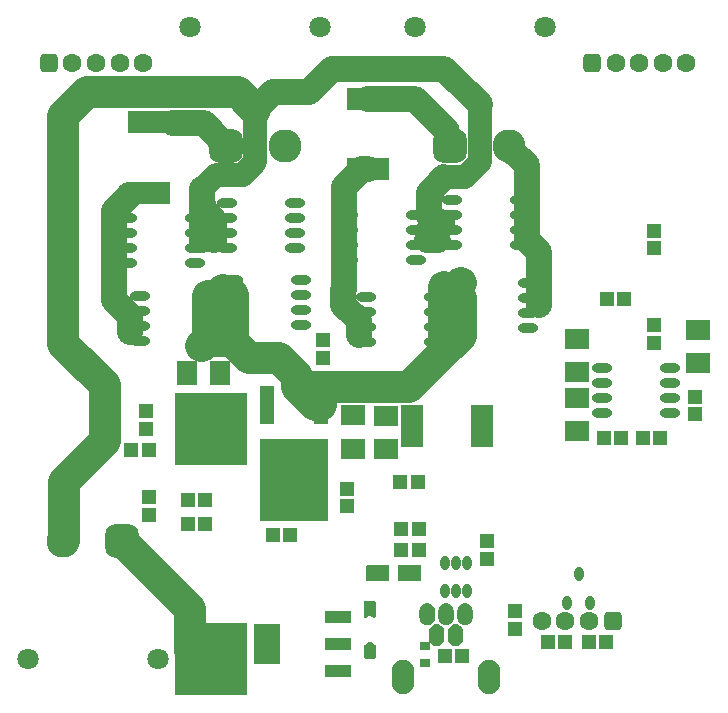
<source format=gbr>
%TF.GenerationSoftware,Altium Limited,Altium Designer,24.7.2 (38)*%
G04 Layer_Color=16711935*
%FSLAX45Y45*%
%MOMM*%
%TF.SameCoordinates,4E20714E-E0DB-4EF4-9D00-32C5CA98EF25*%
%TF.FilePolarity,Negative*%
%TF.FileFunction,Soldermask,Bot*%
%TF.Part,Single*%
G01*
G75*
%TA.AperFunction,SMDPad,CuDef*%
%ADD93R,3.55320X1.85320*%
%ADD94R,2.10320X1.70320*%
%ADD95R,1.20320X1.15320*%
%ADD98R,1.20320X1.25320*%
%ADD104R,1.25320X1.20320*%
%TA.AperFunction,ComponentPad*%
%ADD108O,1.90320X2.90320*%
%ADD109C,1.30320*%
%ADD110C,1.60320*%
G04:AMPARAMS|DCode=111|XSize=1.6032mm|YSize=1.6032mm|CornerRadius=0.4516mm|HoleSize=0mm|Usage=FLASHONLY|Rotation=0.000|XOffset=0mm|YOffset=0mm|HoleType=Round|Shape=RoundedRectangle|*
%AMROUNDEDRECTD111*
21,1,1.60320,0.70000,0,0,0.0*
21,1,0.70000,1.60320,0,0,0.0*
1,1,0.90320,0.35000,-0.35000*
1,1,0.90320,-0.35000,-0.35000*
1,1,0.90320,-0.35000,0.35000*
1,1,0.90320,0.35000,0.35000*
%
%ADD111ROUNDEDRECTD111*%
%ADD112R,6.20320X6.20320*%
G04:AMPARAMS|DCode=113|XSize=2.8032mm|YSize=2.8032mm|CornerRadius=0.7516mm|HoleSize=0mm|Usage=FLASHONLY|Rotation=180.000|XOffset=0mm|YOffset=0mm|HoleType=Round|Shape=RoundedRectangle|*
%AMROUNDEDRECTD113*
21,1,2.80320,1.30000,0,0,180.0*
21,1,1.30000,2.80320,0,0,180.0*
1,1,1.50320,-0.65000,0.65000*
1,1,1.50320,0.65000,0.65000*
1,1,1.50320,0.65000,-0.65000*
1,1,1.50320,-0.65000,-0.65000*
%
%ADD113ROUNDEDRECTD113*%
%ADD114C,1.80320*%
%ADD115C,2.80320*%
%TA.AperFunction,SMDPad,CuDef*%
%ADD116R,2.30320X3.45320*%
%ADD117R,2.30320X1.10320*%
%ADD118R,0.90320X0.80320*%
%ADD119O,0.80320X1.20320*%
%ADD120R,1.85320X3.55320*%
%ADD121O,1.70320X0.80320*%
%ADD122R,5.80320X7.00320*%
%ADD123R,1.20320X3.20320*%
%ADD124R,1.70320X2.10320*%
%TA.AperFunction,Conductor*%
%ADD125C,2.70320*%
%ADD126C,2.20320*%
%ADD127C,2.00320*%
G36*
X5570667Y3000159D02*
X5570677D01*
X5571275Y3000080D01*
X5571976Y2999988D01*
X5571987Y2999985D01*
X5571997Y2999984D01*
X5572610Y2999819D01*
X5573263Y2999645D01*
X5573272Y2999641D01*
X5573283Y2999638D01*
X5573850Y2999402D01*
X5574494Y2999136D01*
X5574505Y2999130D01*
X5574513Y2999127D01*
X5575044Y2998820D01*
X5575648Y2998472D01*
X5575665Y2998460D01*
X5575666Y2998460D01*
X5575667Y2998459D01*
X5613148Y2973472D01*
X5613401Y2973278D01*
X5613700Y2973078D01*
X5613963Y2972848D01*
X5614205Y2972662D01*
X5614428Y2972440D01*
X5614701Y2972200D01*
X5614934Y2971935D01*
X5615148Y2971721D01*
X5615339Y2971474D01*
X5615579Y2971199D01*
X5615775Y2970907D01*
X5615960Y2970666D01*
X5616118Y2970394D01*
X5616319Y2970092D01*
X5616476Y2969774D01*
X5616627Y2969513D01*
X5616746Y2969226D01*
X5616909Y2968897D01*
X5617023Y2968561D01*
X5617138Y2968283D01*
X5617219Y2967982D01*
X5617336Y2967636D01*
X5617406Y2967289D01*
X5617484Y2966997D01*
X5617525Y2966688D01*
X5617596Y2966330D01*
X5617619Y2965977D01*
X5617659Y2965677D01*
X5617660Y2965364D01*
X5617683Y2965001D01*
Y2865000D01*
X5617596Y2863671D01*
X5617336Y2862365D01*
X5616909Y2861104D01*
X5616319Y2859909D01*
X5615579Y2858802D01*
X5614701Y2857801D01*
X5613700Y2856923D01*
X5612593Y2856183D01*
X5611398Y2855593D01*
X5610137Y2855165D01*
X5608831Y2854906D01*
X5607502Y2854819D01*
X5532502D01*
X5531173Y2854906D01*
X5529866Y2855165D01*
X5528605Y2855593D01*
X5527411Y2856183D01*
X5526303Y2856923D01*
X5525302Y2857801D01*
X5524424Y2858802D01*
X5523684Y2859909D01*
X5523095Y2861104D01*
X5522667Y2862365D01*
X5522407Y2863671D01*
X5522320Y2865000D01*
Y2964977D01*
X5522318Y2965000D01*
X5522340Y2965336D01*
X5522340Y2965677D01*
X5522384Y2966004D01*
X5522405Y2966329D01*
X5522471Y2966659D01*
X5522516Y2966997D01*
X5522601Y2967314D01*
X5522665Y2967635D01*
X5522774Y2967956D01*
X5522862Y2968283D01*
X5522987Y2968583D01*
X5523093Y2968896D01*
X5523244Y2969202D01*
X5523373Y2969513D01*
X5523537Y2969796D01*
X5523682Y2970091D01*
X5523870Y2970371D01*
X5524040Y2970666D01*
X5524241Y2970927D01*
X5524422Y2971198D01*
X5524644Y2971452D01*
X5524852Y2971721D01*
X5525085Y2971954D01*
X5525300Y2972200D01*
X5525554Y2972422D01*
X5525795Y2972662D01*
X5526055Y2972862D01*
X5526302Y2973078D01*
X5526583Y2973266D01*
X5526852Y2973472D01*
X5564352Y2998472D01*
X5564934Y2998807D01*
X5565487Y2999127D01*
X5565497Y2999131D01*
X5565506Y2999136D01*
X5566101Y2999382D01*
X5566717Y2999638D01*
X5566728Y2999641D01*
X5566737Y2999645D01*
X5567346Y2999807D01*
X5568003Y2999984D01*
X5568014Y2999986D01*
X5568024Y2999988D01*
X5568625Y3000067D01*
X5569323Y3000159D01*
X5569335D01*
X5569345Y3000160D01*
X5569939Y3000160D01*
X5570655Y3000161D01*
X5570667Y3000159D01*
D02*
G37*
G36*
X5608831Y3345097D02*
X5610137Y3344837D01*
X5611398Y3344409D01*
X5612593Y3343820D01*
X5613700Y3343080D01*
X5614701Y3342202D01*
X5615579Y3341201D01*
X5616319Y3340093D01*
X5616909Y3338899D01*
X5617336Y3337638D01*
X5617596Y3336331D01*
X5617683Y3335002D01*
Y3235002D01*
X5617682Y3234979D01*
Y3210000D01*
X5617642Y3209382D01*
X5617609Y3208782D01*
X5617599Y3208727D01*
X5617595Y3208671D01*
X5617476Y3208074D01*
X5617363Y3207473D01*
X5617346Y3207419D01*
X5617335Y3207365D01*
X5617139Y3206787D01*
X5616949Y3206207D01*
X5616925Y3206157D01*
X5616907Y3206104D01*
X5616638Y3205559D01*
X5616373Y3205006D01*
X5616342Y3204958D01*
X5616318Y3204909D01*
X5615983Y3204408D01*
X5615646Y3203891D01*
X5615609Y3203848D01*
X5615578Y3203802D01*
X5615172Y3203339D01*
X5614778Y3202880D01*
X5614737Y3202843D01*
X5614700Y3202800D01*
X5614238Y3202395D01*
X5613787Y3201991D01*
X5613740Y3201959D01*
X5613698Y3201922D01*
X5613199Y3201588D01*
X5612688Y3201239D01*
X5612636Y3201213D01*
X5612591Y3201182D01*
X5612039Y3200910D01*
X5611500Y3200637D01*
X5611449Y3200619D01*
X5611396Y3200593D01*
X5610800Y3200391D01*
X5610243Y3200195D01*
X5610190Y3200184D01*
X5610135Y3200165D01*
X5609531Y3200045D01*
X5608940Y3199920D01*
X5608884Y3199916D01*
X5608829Y3199905D01*
X5608213Y3199865D01*
X5607612Y3199819D01*
X5607557Y3199822D01*
X5607500Y3199818D01*
X5606883Y3199858D01*
X5606282Y3199891D01*
X5606228Y3199901D01*
X5606171Y3199905D01*
X5605574Y3200024D01*
X5604973Y3200137D01*
X5604919Y3200154D01*
X5604865Y3200165D01*
X5604287Y3200361D01*
X5603707Y3200551D01*
X5603657Y3200575D01*
X5603604Y3200593D01*
X5603059Y3200862D01*
X5602506Y3201127D01*
X5602458Y3201158D01*
X5602409Y3201182D01*
X5601908Y3201517D01*
X5601391Y3201854D01*
X5591704Y3209120D01*
X5570129Y3222849D01*
X5545648Y3206528D01*
X5545646Y3206527D01*
X5538148Y3201528D01*
X5537862Y3201363D01*
X5537591Y3201182D01*
X5537289Y3201033D01*
X5536994Y3200863D01*
X5536690Y3200738D01*
X5536396Y3200593D01*
X5536075Y3200484D01*
X5535763Y3200355D01*
X5535446Y3200271D01*
X5535135Y3200165D01*
X5534803Y3200099D01*
X5534476Y3200012D01*
X5534150Y3199969D01*
X5533829Y3199905D01*
X5533491Y3199883D01*
X5533155Y3199839D01*
X5532827Y3199839D01*
X5532500Y3199818D01*
X5532161Y3199840D01*
X5531823Y3199841D01*
X5531499Y3199884D01*
X5531171Y3199905D01*
X5530838Y3199972D01*
X5530503Y3200016D01*
X5530187Y3200101D01*
X5529865Y3200165D01*
X5529543Y3200274D01*
X5529217Y3200362D01*
X5528916Y3200487D01*
X5528604Y3200593D01*
X5528298Y3200744D01*
X5527987Y3200873D01*
X5527703Y3201037D01*
X5527409Y3201182D01*
X5527129Y3201370D01*
X5526834Y3201540D01*
X5526573Y3201741D01*
X5526302Y3201922D01*
X5526047Y3202146D01*
X5525779Y3202352D01*
X5525547Y3202584D01*
X5525300Y3202800D01*
X5525077Y3203055D01*
X5524838Y3203295D01*
X5524638Y3203556D01*
X5524422Y3203802D01*
X5524235Y3204082D01*
X5524028Y3204352D01*
X5523863Y3204638D01*
X5523682Y3204909D01*
X5523534Y3205211D01*
X5523363Y3205506D01*
X5523238Y3205810D01*
X5523093Y3206104D01*
X5522984Y3206425D01*
X5522855Y3206737D01*
X5522771Y3207054D01*
X5522665Y3207365D01*
X5522599Y3207697D01*
X5522512Y3208024D01*
X5522469Y3208350D01*
X5522405Y3208671D01*
X5522383Y3209009D01*
X5522339Y3209345D01*
X5522339Y3209673D01*
X5522318Y3210000D01*
Y3235000D01*
X5522320Y3235023D01*
Y3335002D01*
X5522407Y3336331D01*
X5522667Y3337638D01*
X5523095Y3338899D01*
X5523684Y3340093D01*
X5524424Y3341201D01*
X5525302Y3342202D01*
X5526303Y3343080D01*
X5527411Y3343820D01*
X5528605Y3344409D01*
X5529866Y3344837D01*
X5531173Y3345097D01*
X5532502Y3345184D01*
X5607502D01*
X5608831Y3345097D01*
D02*
G37*
G36*
X5721331Y3650093D02*
X5722637Y3649833D01*
X5723898Y3649405D01*
X5725093Y3648816D01*
X5726200Y3648076D01*
X5727202Y3647198D01*
X5728080Y3646196D01*
X5728820Y3645089D01*
X5729409Y3643894D01*
X5729837Y3642633D01*
X5730097Y3641327D01*
X5730184Y3639998D01*
Y3519998D01*
X5730097Y3518669D01*
X5729837Y3517363D01*
X5729409Y3516101D01*
X5728820Y3514907D01*
X5728080Y3513799D01*
X5727202Y3512798D01*
X5726200Y3511920D01*
X5725093Y3511180D01*
X5723898Y3510591D01*
X5722637Y3510163D01*
X5721331Y3509903D01*
X5720002Y3509816D01*
X5550002D01*
X5548673Y3509903D01*
X5547367Y3510163D01*
X5546105Y3510591D01*
X5544911Y3511180D01*
X5543803Y3511920D01*
X5542802Y3512798D01*
X5541924Y3513799D01*
X5541184Y3514907D01*
X5540595Y3516101D01*
X5540167Y3517363D01*
X5539907Y3518669D01*
X5539820Y3519998D01*
Y3639998D01*
X5539907Y3641327D01*
X5540167Y3642633D01*
X5540595Y3643894D01*
X5541184Y3645089D01*
X5541924Y3646196D01*
X5542802Y3647198D01*
X5543803Y3648076D01*
X5544911Y3648816D01*
X5546105Y3649405D01*
X5547367Y3649833D01*
X5548673Y3650093D01*
X5550002Y3650180D01*
X5720002D01*
X5721331Y3650093D01*
D02*
G37*
G36*
X5991329D02*
X5992636Y3649833D01*
X5993897Y3649405D01*
X5995091Y3648816D01*
X5996199Y3648076D01*
X5997200Y3647198D01*
X5998078Y3646196D01*
X5998818Y3645089D01*
X5999407Y3643894D01*
X5999835Y3642633D01*
X6000095Y3641327D01*
X6000182Y3639998D01*
Y3519998D01*
X6000095Y3518669D01*
X5999835Y3517363D01*
X5999407Y3516101D01*
X5998818Y3514907D01*
X5998078Y3513799D01*
X5997200Y3512798D01*
X5996199Y3511920D01*
X5995091Y3511180D01*
X5993897Y3510591D01*
X5992636Y3510163D01*
X5991329Y3509903D01*
X5990000Y3509816D01*
X5820800D01*
X5819471Y3509903D01*
X5818165Y3510163D01*
X5816904Y3510591D01*
X5815709Y3511180D01*
X5814602Y3511920D01*
X5813601Y3512798D01*
X5812722Y3513799D01*
X5811983Y3514907D01*
X5811393Y3516101D01*
X5810965Y3517363D01*
X5810705Y3518669D01*
X5810618Y3519998D01*
Y3639998D01*
X5810705Y3641327D01*
X5810965Y3642633D01*
X5811393Y3643894D01*
X5811983Y3645089D01*
X5812722Y3646196D01*
X5813601Y3647198D01*
X5814602Y3648076D01*
X5815709Y3648816D01*
X5816904Y3649405D01*
X5818165Y3649833D01*
X5819471Y3650093D01*
X5820800Y3650180D01*
X5990000D01*
X5991329Y3650093D01*
D02*
G37*
G36*
X6374939Y3325184D02*
X6380001Y3325301D01*
X6380333Y3325287D01*
X6380667Y3325294D01*
X6381000Y3325258D01*
X6381331Y3325244D01*
X6381659Y3325187D01*
X6381992Y3325151D01*
X6392437Y3323323D01*
X6392763Y3323244D01*
X6393090Y3323187D01*
X6393407Y3323087D01*
X6393731Y3323008D01*
X6394043Y3322887D01*
X6394360Y3322788D01*
X6404248Y3318957D01*
X6404551Y3318817D01*
X6404862Y3318696D01*
X6405154Y3318537D01*
X6405456Y3318396D01*
X6405738Y3318217D01*
X6406030Y3318057D01*
X6414981Y3312371D01*
X6415249Y3312175D01*
X6415531Y3311995D01*
X6415787Y3311781D01*
X6416056Y3311585D01*
X6416297Y3311355D01*
X6416553Y3311141D01*
X6424222Y3303817D01*
X6424450Y3303570D01*
X6424689Y3303341D01*
X6424897Y3303083D01*
X6425123Y3302836D01*
X6425315Y3302563D01*
X6425524Y3302304D01*
X6431617Y3293625D01*
X6431790Y3293340D01*
X6431982Y3293067D01*
X6432136Y3292771D01*
X6432309Y3292487D01*
X6432443Y3292184D01*
X6432598Y3291887D01*
X6436881Y3282186D01*
X6436996Y3281873D01*
X6437130Y3281567D01*
X6437224Y3281248D01*
X6437338Y3280935D01*
X6437411Y3280608D01*
X6437505Y3280289D01*
X6439812Y3269939D01*
X6439863Y3269610D01*
X6439936Y3269284D01*
X6439966Y3268952D01*
X6440017Y3268623D01*
X6440024Y3268289D01*
X6440054Y3267958D01*
X6440176Y3262657D01*
X6440171Y3262546D01*
X6440179Y3262423D01*
X6440182Y3204998D01*
Y3204998D01*
Y3204997D01*
Y3199574D01*
X6440160Y3199241D01*
Y3198908D01*
X6440116Y3198577D01*
X6440095Y3198245D01*
X6440030Y3197919D01*
X6439986Y3197587D01*
X6437870Y3186949D01*
X6437783Y3186626D01*
X6437718Y3186300D01*
X6437611Y3185984D01*
X6437525Y3185662D01*
X6437398Y3185356D01*
X6437290Y3185039D01*
X6433139Y3175018D01*
X6432993Y3174721D01*
X6432864Y3174411D01*
X6432697Y3174121D01*
X6432550Y3173823D01*
X6432366Y3173548D01*
X6432198Y3173258D01*
X6426172Y3164239D01*
X6425969Y3163974D01*
X6425784Y3163697D01*
X6425564Y3163446D01*
X6425362Y3163182D01*
X6425127Y3162948D01*
X6424906Y3162696D01*
X6417236Y3155026D01*
X6416984Y3154805D01*
X6416750Y3154571D01*
X6416486Y3154369D01*
X6416235Y3154148D01*
X6415958Y3153963D01*
X6415694Y3153760D01*
X6406675Y3147734D01*
X6406388Y3147569D01*
X6406109Y3147382D01*
X6405809Y3147234D01*
X6405521Y3147068D01*
X6405214Y3146940D01*
X6404914Y3146793D01*
X6394893Y3142642D01*
X6394578Y3142535D01*
X6394270Y3142407D01*
X6393947Y3142321D01*
X6393632Y3142214D01*
X6393306Y3142149D01*
X6392983Y3142063D01*
X6382345Y3139946D01*
X6382014Y3139903D01*
X6381687Y3139838D01*
X6381354Y3139816D01*
X6381024Y3139773D01*
X6380692D01*
X6380358Y3139751D01*
X6369507D01*
X6369173Y3139773D01*
X6368841D01*
X6368511Y3139816D01*
X6368178Y3139838D01*
X6367851Y3139903D01*
X6367521Y3139946D01*
X6356872Y3142064D01*
X6356551Y3142150D01*
X6356223Y3142216D01*
X6355907Y3142323D01*
X6355586Y3142409D01*
X6355277Y3142537D01*
X6354962Y3142644D01*
X6344931Y3146799D01*
X6344634Y3146945D01*
X6344324Y3147074D01*
X6344034Y3147241D01*
X6343737Y3147388D01*
X6343461Y3147572D01*
X6343171Y3147740D01*
X6334144Y3153771D01*
X6333879Y3153975D01*
X6333602Y3154160D01*
X6333352Y3154379D01*
X6333087Y3154582D01*
X6332851Y3154819D01*
X6332601Y3155038D01*
X6324924Y3162715D01*
X6324704Y3162966D01*
X6324469Y3163201D01*
X6324266Y3163465D01*
X6324046Y3163716D01*
X6323861Y3163993D01*
X6323658Y3164257D01*
X6317626Y3173285D01*
X6317459Y3173575D01*
X6317274Y3173850D01*
X6317127Y3174149D01*
X6316960Y3174438D01*
X6316832Y3174747D01*
X6316685Y3175045D01*
X6312530Y3185075D01*
X6312423Y3185391D01*
X6312295Y3185699D01*
X6312209Y3186021D01*
X6312102Y3186336D01*
X6312037Y3186664D01*
X6311951Y3186986D01*
X6309833Y3197634D01*
X6309790Y3197965D01*
X6309724Y3198291D01*
X6309703Y3198624D01*
X6309659Y3198954D01*
Y3199287D01*
X6309637Y3199620D01*
Y3205049D01*
Y3262424D01*
X6309645Y3262544D01*
X6309640Y3262664D01*
X6309765Y3267967D01*
X6309795Y3268301D01*
X6309803Y3268633D01*
X6309854Y3268960D01*
X6309883Y3269294D01*
X6309957Y3269621D01*
X6310008Y3269949D01*
X6312322Y3280303D01*
X6312416Y3280622D01*
X6312489Y3280948D01*
X6312604Y3281262D01*
X6312697Y3281580D01*
X6312831Y3281883D01*
X6312946Y3282198D01*
X6317237Y3291902D01*
X6317392Y3292199D01*
X6317526Y3292502D01*
X6317699Y3292786D01*
X6317854Y3293082D01*
X6318045Y3293354D01*
X6318219Y3293640D01*
X6324320Y3302320D01*
X6324528Y3302578D01*
X6324720Y3302852D01*
X6324947Y3303098D01*
X6325155Y3303357D01*
X6325395Y3303585D01*
X6325622Y3303832D01*
X6333299Y3311155D01*
X6333556Y3311370D01*
X6333796Y3311599D01*
X6334064Y3311795D01*
X6334321Y3312009D01*
X6334602Y3312188D01*
X6334871Y3312385D01*
X6343829Y3318069D01*
X6344121Y3318229D01*
X6344403Y3318408D01*
X6344707Y3318549D01*
X6344998Y3318708D01*
X6345308Y3318828D01*
X6345611Y3318968D01*
X6355506Y3322796D01*
X6355825Y3322896D01*
X6356135Y3323016D01*
X6356458Y3323094D01*
X6356777Y3323195D01*
X6357106Y3323252D01*
X6357429Y3323330D01*
X6367881Y3325154D01*
X6368212Y3325190D01*
X6368540Y3325247D01*
X6368873Y3325261D01*
X6369205Y3325297D01*
X6369538Y3325289D01*
X6369871Y3325303D01*
X6374939Y3325184D01*
D02*
G37*
G36*
X6214939D02*
X6220001Y3325301D01*
X6220333Y3325287D01*
X6220668Y3325294D01*
X6221000Y3325258D01*
X6221331Y3325244D01*
X6221659Y3325187D01*
X6221992Y3325151D01*
X6232437Y3323323D01*
X6232763Y3323244D01*
X6233090Y3323187D01*
X6233407Y3323087D01*
X6233732Y3323008D01*
X6234043Y3322887D01*
X6234360Y3322788D01*
X6244248Y3318957D01*
X6244551Y3318817D01*
X6244862Y3318696D01*
X6245154Y3318537D01*
X6245456Y3318396D01*
X6245738Y3318217D01*
X6246030Y3318057D01*
X6254981Y3312371D01*
X6255249Y3312175D01*
X6255531Y3311995D01*
X6255787Y3311781D01*
X6256056Y3311585D01*
X6256297Y3311355D01*
X6256553Y3311141D01*
X6264222Y3303817D01*
X6264450Y3303570D01*
X6264689Y3303341D01*
X6264897Y3303083D01*
X6265123Y3302836D01*
X6265315Y3302563D01*
X6265524Y3302304D01*
X6271617Y3293625D01*
X6271790Y3293340D01*
X6271982Y3293067D01*
X6272137Y3292771D01*
X6272309Y3292487D01*
X6272443Y3292184D01*
X6272598Y3291887D01*
X6276881Y3282186D01*
X6276996Y3281873D01*
X6277130Y3281567D01*
X6277224Y3281248D01*
X6277338Y3280935D01*
X6277411Y3280608D01*
X6277505Y3280289D01*
X6279812Y3269939D01*
X6279863Y3269610D01*
X6279936Y3269284D01*
X6279966Y3268952D01*
X6280017Y3268623D01*
X6280024Y3268289D01*
X6280054Y3267958D01*
X6280176Y3262657D01*
X6280171Y3262546D01*
X6280179Y3262423D01*
X6280182Y3204998D01*
Y3204998D01*
Y3204997D01*
Y3199574D01*
X6280160Y3199241D01*
Y3198908D01*
X6280116Y3198577D01*
X6280095Y3198245D01*
X6280030Y3197919D01*
X6279986Y3197587D01*
X6277870Y3186949D01*
X6277783Y3186626D01*
X6277718Y3186300D01*
X6277611Y3185984D01*
X6277525Y3185662D01*
X6277398Y3185356D01*
X6277290Y3185039D01*
X6273139Y3175018D01*
X6272993Y3174721D01*
X6272865Y3174411D01*
X6272697Y3174121D01*
X6272550Y3173823D01*
X6272366Y3173548D01*
X6272199Y3173258D01*
X6266172Y3164239D01*
X6265969Y3163974D01*
X6265784Y3163697D01*
X6265564Y3163446D01*
X6265362Y3163182D01*
X6265127Y3162948D01*
X6264906Y3162696D01*
X6257236Y3155026D01*
X6256984Y3154805D01*
X6256750Y3154571D01*
X6256486Y3154369D01*
X6256235Y3154148D01*
X6255958Y3153963D01*
X6255694Y3153760D01*
X6246675Y3147734D01*
X6246388Y3147569D01*
X6246109Y3147382D01*
X6245809Y3147234D01*
X6245521Y3147068D01*
X6245214Y3146940D01*
X6244914Y3146793D01*
X6234893Y3142642D01*
X6234578Y3142535D01*
X6234270Y3142407D01*
X6233947Y3142321D01*
X6233632Y3142214D01*
X6233306Y3142149D01*
X6232983Y3142063D01*
X6222345Y3139946D01*
X6222014Y3139903D01*
X6221687Y3139838D01*
X6221354Y3139816D01*
X6221024Y3139773D01*
X6220692D01*
X6220358Y3139751D01*
X6209507D01*
X6209174Y3139773D01*
X6208841D01*
X6208511Y3139816D01*
X6208178Y3139838D01*
X6207851Y3139903D01*
X6207521Y3139946D01*
X6196872Y3142064D01*
X6196551Y3142150D01*
X6196223Y3142216D01*
X6195907Y3142323D01*
X6195586Y3142409D01*
X6195277Y3142537D01*
X6194962Y3142644D01*
X6184931Y3146799D01*
X6184634Y3146945D01*
X6184324Y3147074D01*
X6184034Y3147241D01*
X6183737Y3147388D01*
X6183461Y3147572D01*
X6183171Y3147740D01*
X6174144Y3153771D01*
X6173879Y3153975D01*
X6173602Y3154160D01*
X6173352Y3154379D01*
X6173087Y3154582D01*
X6172851Y3154819D01*
X6172601Y3155038D01*
X6164924Y3162715D01*
X6164704Y3162966D01*
X6164469Y3163201D01*
X6164267Y3163465D01*
X6164046Y3163716D01*
X6163861Y3163993D01*
X6163658Y3164257D01*
X6157626Y3173285D01*
X6157459Y3173575D01*
X6157274Y3173850D01*
X6157127Y3174149D01*
X6156960Y3174438D01*
X6156832Y3174747D01*
X6156685Y3175045D01*
X6152530Y3185075D01*
X6152423Y3185391D01*
X6152296Y3185699D01*
X6152209Y3186021D01*
X6152102Y3186336D01*
X6152037Y3186664D01*
X6151951Y3186986D01*
X6149833Y3197634D01*
X6149790Y3197965D01*
X6149725Y3198291D01*
X6149703Y3198624D01*
X6149659Y3198954D01*
Y3199287D01*
X6149637Y3199620D01*
Y3205049D01*
Y3262424D01*
X6149645Y3262544D01*
X6149640Y3262664D01*
X6149765Y3267967D01*
X6149795Y3268301D01*
X6149803Y3268633D01*
X6149854Y3268960D01*
X6149884Y3269294D01*
X6149957Y3269621D01*
X6150008Y3269949D01*
X6152322Y3280303D01*
X6152416Y3280622D01*
X6152489Y3280948D01*
X6152604Y3281262D01*
X6152697Y3281580D01*
X6152831Y3281883D01*
X6152947Y3282198D01*
X6157237Y3291902D01*
X6157392Y3292199D01*
X6157526Y3292502D01*
X6157699Y3292786D01*
X6157854Y3293082D01*
X6158045Y3293354D01*
X6158219Y3293640D01*
X6164320Y3302320D01*
X6164528Y3302578D01*
X6164720Y3302852D01*
X6164947Y3303098D01*
X6165155Y3303357D01*
X6165395Y3303585D01*
X6165622Y3303832D01*
X6173299Y3311155D01*
X6173556Y3311370D01*
X6173796Y3311599D01*
X6174064Y3311795D01*
X6174321Y3312009D01*
X6174602Y3312188D01*
X6174871Y3312385D01*
X6183829Y3318069D01*
X6184121Y3318229D01*
X6184403Y3318408D01*
X6184707Y3318549D01*
X6184998Y3318708D01*
X6185308Y3318828D01*
X6185611Y3318968D01*
X6195506Y3322796D01*
X6195825Y3322896D01*
X6196135Y3323016D01*
X6196458Y3323094D01*
X6196777Y3323195D01*
X6197106Y3323252D01*
X6197429Y3323330D01*
X6207881Y3325154D01*
X6208212Y3325190D01*
X6208541Y3325247D01*
X6208873Y3325261D01*
X6209205Y3325297D01*
X6209538Y3325289D01*
X6209871Y3325303D01*
X6214939Y3325184D01*
D02*
G37*
G36*
X6054939D02*
X6060001Y3325301D01*
X6060333Y3325287D01*
X6060668Y3325294D01*
X6061000Y3325258D01*
X6061332Y3325244D01*
X6061659Y3325187D01*
X6061992Y3325151D01*
X6072437Y3323323D01*
X6072763Y3323244D01*
X6073090Y3323187D01*
X6073407Y3323087D01*
X6073732Y3323008D01*
X6074043Y3322887D01*
X6074360Y3322788D01*
X6084248Y3318957D01*
X6084551Y3318817D01*
X6084862Y3318696D01*
X6085154Y3318537D01*
X6085456Y3318396D01*
X6085738Y3318217D01*
X6086030Y3318057D01*
X6094981Y3312371D01*
X6095249Y3312175D01*
X6095531Y3311995D01*
X6095787Y3311781D01*
X6096056Y3311585D01*
X6096297Y3311355D01*
X6096553Y3311141D01*
X6104222Y3303817D01*
X6104450Y3303570D01*
X6104689Y3303341D01*
X6104897Y3303083D01*
X6105123Y3302836D01*
X6105315Y3302563D01*
X6105524Y3302304D01*
X6111617Y3293625D01*
X6111790Y3293340D01*
X6111982Y3293067D01*
X6112137Y3292771D01*
X6112309Y3292487D01*
X6112443Y3292184D01*
X6112598Y3291887D01*
X6116881Y3282186D01*
X6116996Y3281873D01*
X6117131Y3281567D01*
X6117224Y3281248D01*
X6117339Y3280935D01*
X6117411Y3280608D01*
X6117505Y3280289D01*
X6119812Y3269939D01*
X6119864Y3269610D01*
X6119936Y3269284D01*
X6119966Y3268952D01*
X6120017Y3268623D01*
X6120024Y3268289D01*
X6120054Y3267958D01*
X6120176Y3262657D01*
X6120171Y3262546D01*
X6120179Y3262423D01*
X6120182Y3204998D01*
Y3204998D01*
Y3204997D01*
Y3199574D01*
X6120160Y3199241D01*
Y3198908D01*
X6120117Y3198577D01*
X6120095Y3198245D01*
X6120030Y3197919D01*
X6119986Y3197587D01*
X6117870Y3186949D01*
X6117783Y3186626D01*
X6117719Y3186300D01*
X6117611Y3185984D01*
X6117525Y3185662D01*
X6117398Y3185356D01*
X6117291Y3185039D01*
X6113139Y3175018D01*
X6112993Y3174721D01*
X6112865Y3174411D01*
X6112697Y3174121D01*
X6112550Y3173823D01*
X6112366Y3173548D01*
X6112199Y3173258D01*
X6106172Y3164239D01*
X6105969Y3163974D01*
X6105784Y3163697D01*
X6105564Y3163446D01*
X6105362Y3163182D01*
X6105127Y3162948D01*
X6104906Y3162696D01*
X6097236Y3155026D01*
X6096985Y3154805D01*
X6096750Y3154571D01*
X6096486Y3154369D01*
X6096235Y3154148D01*
X6095958Y3153963D01*
X6095694Y3153760D01*
X6086675Y3147734D01*
X6086388Y3147569D01*
X6086109Y3147382D01*
X6085809Y3147234D01*
X6085521Y3147068D01*
X6085214Y3146940D01*
X6084914Y3146793D01*
X6074893Y3142642D01*
X6074578Y3142535D01*
X6074270Y3142407D01*
X6073947Y3142321D01*
X6073632Y3142214D01*
X6073306Y3142149D01*
X6072983Y3142063D01*
X6062345Y3139946D01*
X6062014Y3139903D01*
X6061687Y3139838D01*
X6061354Y3139816D01*
X6061024Y3139773D01*
X6060692D01*
X6060358Y3139751D01*
X6049507D01*
X6049174Y3139773D01*
X6048841D01*
X6048511Y3139816D01*
X6048178Y3139838D01*
X6047851Y3139903D01*
X6047521Y3139946D01*
X6036872Y3142064D01*
X6036551Y3142150D01*
X6036223Y3142216D01*
X6035907Y3142323D01*
X6035586Y3142409D01*
X6035277Y3142537D01*
X6034962Y3142644D01*
X6024931Y3146799D01*
X6024634Y3146945D01*
X6024325Y3147074D01*
X6024034Y3147241D01*
X6023737Y3147388D01*
X6023461Y3147572D01*
X6023171Y3147740D01*
X6014144Y3153771D01*
X6013879Y3153975D01*
X6013602Y3154160D01*
X6013352Y3154379D01*
X6013087Y3154582D01*
X6012851Y3154819D01*
X6012601Y3155038D01*
X6004924Y3162715D01*
X6004704Y3162966D01*
X6004469Y3163201D01*
X6004267Y3163465D01*
X6004046Y3163716D01*
X6003861Y3163993D01*
X6003658Y3164257D01*
X5997626Y3173285D01*
X5997459Y3173575D01*
X5997275Y3173850D01*
X5997127Y3174149D01*
X5996960Y3174438D01*
X5996833Y3174747D01*
X5996685Y3175045D01*
X5992531Y3185075D01*
X5992423Y3185391D01*
X5992296Y3185699D01*
X5992210Y3186021D01*
X5992102Y3186336D01*
X5992037Y3186664D01*
X5991951Y3186986D01*
X5989833Y3197634D01*
X5989790Y3197965D01*
X5989725Y3198291D01*
X5989703Y3198624D01*
X5989659Y3198954D01*
Y3199287D01*
X5989637Y3199620D01*
Y3205049D01*
Y3262424D01*
X5989645Y3262544D01*
X5989640Y3262664D01*
X5989765Y3267967D01*
X5989795Y3268301D01*
X5989803Y3268633D01*
X5989854Y3268960D01*
X5989884Y3269294D01*
X5989957Y3269621D01*
X5990008Y3269949D01*
X5992323Y3280303D01*
X5992416Y3280622D01*
X5992489Y3280948D01*
X5992604Y3281262D01*
X5992697Y3281580D01*
X5992831Y3281883D01*
X5992947Y3282198D01*
X5997237Y3291902D01*
X5997392Y3292199D01*
X5997526Y3292502D01*
X5997699Y3292786D01*
X5997854Y3293082D01*
X5998045Y3293354D01*
X5998219Y3293640D01*
X6004320Y3302320D01*
X6004528Y3302578D01*
X6004721Y3302852D01*
X6004947Y3303098D01*
X6005155Y3303357D01*
X6005395Y3303585D01*
X6005622Y3303832D01*
X6013299Y3311155D01*
X6013556Y3311370D01*
X6013796Y3311599D01*
X6014064Y3311795D01*
X6014321Y3312009D01*
X6014602Y3312188D01*
X6014871Y3312385D01*
X6023829Y3318069D01*
X6024121Y3318229D01*
X6024403Y3318408D01*
X6024707Y3318549D01*
X6024998Y3318708D01*
X6025308Y3318828D01*
X6025611Y3318968D01*
X6035506Y3322796D01*
X6035825Y3322896D01*
X6036135Y3323016D01*
X6036458Y3323094D01*
X6036777Y3323195D01*
X6037107Y3323252D01*
X6037429Y3323330D01*
X6047881Y3325154D01*
X6048212Y3325190D01*
X6048541Y3325247D01*
X6048873Y3325261D01*
X6049205Y3325297D01*
X6049538Y3325289D01*
X6049871Y3325303D01*
X6054939Y3325184D01*
D02*
G37*
G36*
X6300826Y3150227D02*
X6301159D01*
X6301490Y3150184D01*
X6301822Y3150162D01*
X6302148Y3150097D01*
X6302479Y3150053D01*
X6313128Y3147935D01*
X6313450Y3147849D01*
X6313777Y3147784D01*
X6314092Y3147677D01*
X6314414Y3147591D01*
X6314723Y3147463D01*
X6315038Y3147356D01*
X6325069Y3143201D01*
X6325366Y3143054D01*
X6325675Y3142926D01*
X6325966Y3142758D01*
X6326263Y3142612D01*
X6326539Y3142427D01*
X6326829Y3142260D01*
X6335856Y3136228D01*
X6336121Y3136025D01*
X6336398Y3135840D01*
X6336647Y3135621D01*
X6336913Y3135417D01*
X6337149Y3135181D01*
X6337399Y3134962D01*
X6345076Y3127285D01*
X6345296Y3127034D01*
X6345531Y3126799D01*
X6345733Y3126535D01*
X6345954Y3126284D01*
X6346139Y3126007D01*
X6346342Y3125742D01*
X6352374Y3116715D01*
X6352541Y3116425D01*
X6352725Y3116149D01*
X6352872Y3115851D01*
X6353040Y3115561D01*
X6353167Y3115253D01*
X6353314Y3114955D01*
X6357469Y3104924D01*
X6357576Y3104610D01*
X6357704Y3104301D01*
X6357791Y3103978D01*
X6357898Y3103663D01*
X6357963Y3103336D01*
X6358049Y3103014D01*
X6360167Y3092366D01*
X6360211Y3092034D01*
X6360276Y3091708D01*
X6360297Y3091376D01*
X6360341Y3091045D01*
Y3090713D01*
X6360363Y3090379D01*
Y3084951D01*
X6360362Y3027576D01*
X6360355Y3027456D01*
X6360360Y3027336D01*
X6360235Y3022032D01*
X6360205Y3021699D01*
X6360197Y3021367D01*
X6360146Y3021039D01*
X6360116Y3020706D01*
X6360043Y3020379D01*
X6359992Y3020051D01*
X6357677Y3009697D01*
X6357584Y3009378D01*
X6357511Y3009052D01*
X6357396Y3008738D01*
X6357303Y3008419D01*
X6357169Y3008116D01*
X6357053Y3007801D01*
X6352763Y2998098D01*
X6352608Y2997800D01*
X6352474Y2997497D01*
X6352301Y2997213D01*
X6352146Y2996918D01*
X6351955Y2996646D01*
X6351781Y2996360D01*
X6345680Y2987680D01*
X6345472Y2987421D01*
X6345279Y2987148D01*
X6345053Y2986901D01*
X6344845Y2986643D01*
X6344605Y2986414D01*
X6344378Y2986168D01*
X6336701Y2978844D01*
X6336444Y2978629D01*
X6336204Y2978401D01*
X6335936Y2978205D01*
X6335679Y2977990D01*
X6335398Y2977811D01*
X6335129Y2977615D01*
X6326171Y2971930D01*
X6325879Y2971771D01*
X6325597Y2971592D01*
X6325293Y2971451D01*
X6325002Y2971292D01*
X6324692Y2971172D01*
X6324389Y2971031D01*
X6314494Y2967203D01*
X6314175Y2967103D01*
X6313865Y2966983D01*
X6313542Y2966905D01*
X6313223Y2966805D01*
X6312893Y2966748D01*
X6312571Y2966669D01*
X6302119Y2964845D01*
X6301788Y2964810D01*
X6301459Y2964753D01*
X6301127Y2964739D01*
X6300795Y2964703D01*
X6300462Y2964711D01*
X6300129Y2964697D01*
X6295061Y2964816D01*
X6289999Y2964699D01*
X6289667Y2964713D01*
X6289332Y2964705D01*
X6289000Y2964741D01*
X6288668Y2964755D01*
X6288341Y2964812D01*
X6288008Y2964849D01*
X6277563Y2966677D01*
X6277237Y2966756D01*
X6276910Y2966813D01*
X6276593Y2966913D01*
X6276268Y2966992D01*
X6275957Y2967112D01*
X6275640Y2967212D01*
X6265752Y2971042D01*
X6265449Y2971183D01*
X6265138Y2971303D01*
X6264846Y2971463D01*
X6264544Y2971604D01*
X6264262Y2971783D01*
X6263970Y2971942D01*
X6255019Y2977629D01*
X6254751Y2977825D01*
X6254469Y2978004D01*
X6254213Y2978218D01*
X6253944Y2978415D01*
X6253703Y2978645D01*
X6253447Y2978859D01*
X6245777Y2986182D01*
X6245550Y2986430D01*
X6245311Y2986658D01*
X6245103Y2986917D01*
X6244877Y2987163D01*
X6244684Y2987437D01*
X6244476Y2987696D01*
X6238383Y2996375D01*
X6238210Y2996659D01*
X6238018Y2996932D01*
X6237863Y2997228D01*
X6237691Y2997512D01*
X6237556Y2997816D01*
X6237402Y2998113D01*
X6233119Y3007814D01*
X6233004Y3008127D01*
X6232869Y3008432D01*
X6232776Y3008751D01*
X6232661Y3009065D01*
X6232588Y3009392D01*
X6232495Y3009710D01*
X6230187Y3020061D01*
X6230136Y3020389D01*
X6230064Y3020715D01*
X6230034Y3021048D01*
X6229983Y3021377D01*
X6229976Y3021710D01*
X6229946Y3022042D01*
X6229824Y3027343D01*
X6229829Y3027456D01*
X6229821Y3027577D01*
X6229818Y3085002D01*
Y3085002D01*
Y3085002D01*
Y3090426D01*
X6229840Y3090759D01*
Y3091092D01*
X6229884Y3091422D01*
X6229905Y3091755D01*
X6229970Y3092081D01*
X6230014Y3092412D01*
X6232130Y3103051D01*
X6232217Y3103374D01*
X6232281Y3103699D01*
X6232388Y3104014D01*
X6232475Y3104337D01*
X6232602Y3104645D01*
X6232709Y3104961D01*
X6236861Y3114982D01*
X6237007Y3115279D01*
X6237135Y3115589D01*
X6237303Y3115879D01*
X6237450Y3116176D01*
X6237634Y3116452D01*
X6237801Y3116742D01*
X6243827Y3125761D01*
X6244031Y3126025D01*
X6244216Y3126302D01*
X6244436Y3126554D01*
X6244638Y3126817D01*
X6244873Y3127052D01*
X6245094Y3127304D01*
X6252763Y3134973D01*
X6253015Y3135194D01*
X6253250Y3135429D01*
X6253514Y3135631D01*
X6253765Y3135851D01*
X6254042Y3136037D01*
X6254306Y3136240D01*
X6263325Y3142266D01*
X6263612Y3142431D01*
X6263891Y3142618D01*
X6264191Y3142766D01*
X6264478Y3142932D01*
X6264786Y3143059D01*
X6265086Y3143207D01*
X6275107Y3147358D01*
X6275424Y3147465D01*
X6275730Y3147592D01*
X6276051Y3147678D01*
X6276368Y3147786D01*
X6276694Y3147850D01*
X6277016Y3147937D01*
X6287655Y3150053D01*
X6287987Y3150097D01*
X6288313Y3150162D01*
X6288645Y3150184D01*
X6288975Y3150227D01*
X6289308D01*
X6289641Y3150249D01*
X6300493D01*
X6300826Y3150227D01*
D02*
G37*
G36*
X6140826D02*
X6141159D01*
X6141489Y3150184D01*
X6141822Y3150162D01*
X6142148Y3150097D01*
X6142479Y3150053D01*
X6153128Y3147935D01*
X6153450Y3147849D01*
X6153777Y3147784D01*
X6154092Y3147677D01*
X6154414Y3147591D01*
X6154723Y3147463D01*
X6155038Y3147356D01*
X6165068Y3143201D01*
X6165366Y3143054D01*
X6165675Y3142926D01*
X6165966Y3142758D01*
X6166263Y3142612D01*
X6166539Y3142427D01*
X6166829Y3142260D01*
X6175856Y3136228D01*
X6176121Y3136025D01*
X6176397Y3135840D01*
X6176647Y3135621D01*
X6176912Y3135417D01*
X6177149Y3135181D01*
X6177399Y3134962D01*
X6185076Y3127285D01*
X6185296Y3127034D01*
X6185531Y3126799D01*
X6185733Y3126535D01*
X6185954Y3126284D01*
X6186139Y3126007D01*
X6186342Y3125742D01*
X6192374Y3116715D01*
X6192541Y3116425D01*
X6192725Y3116149D01*
X6192872Y3115851D01*
X6193039Y3115561D01*
X6193167Y3115253D01*
X6193314Y3114955D01*
X6197469Y3104924D01*
X6197576Y3104610D01*
X6197704Y3104301D01*
X6197790Y3103978D01*
X6197897Y3103663D01*
X6197962Y3103336D01*
X6198049Y3103014D01*
X6200167Y3092366D01*
X6200211Y3092034D01*
X6200275Y3091708D01*
X6200297Y3091376D01*
X6200341Y3091045D01*
Y3090713D01*
X6200363Y3090379D01*
Y3084951D01*
X6200362Y3027576D01*
X6200354Y3027456D01*
X6200359Y3027336D01*
X6200234Y3022032D01*
X6200205Y3021699D01*
X6200197Y3021367D01*
X6200146Y3021039D01*
X6200116Y3020706D01*
X6200043Y3020379D01*
X6199992Y3020051D01*
X6197677Y3009697D01*
X6197583Y3009378D01*
X6197511Y3009052D01*
X6197396Y3008738D01*
X6197302Y3008419D01*
X6197168Y3008116D01*
X6197053Y3007801D01*
X6192763Y2998098D01*
X6192607Y2997800D01*
X6192474Y2997497D01*
X6192301Y2997213D01*
X6192146Y2996918D01*
X6191955Y2996646D01*
X6191781Y2996360D01*
X6185680Y2987680D01*
X6185471Y2987421D01*
X6185279Y2987148D01*
X6185052Y2986901D01*
X6184844Y2986643D01*
X6184605Y2986414D01*
X6184378Y2986168D01*
X6176701Y2978844D01*
X6176444Y2978629D01*
X6176204Y2978401D01*
X6175936Y2978205D01*
X6175679Y2977990D01*
X6175397Y2977811D01*
X6175129Y2977615D01*
X6166171Y2971930D01*
X6165879Y2971771D01*
X6165597Y2971592D01*
X6165293Y2971451D01*
X6165002Y2971292D01*
X6164692Y2971172D01*
X6164388Y2971031D01*
X6154494Y2967203D01*
X6154174Y2967103D01*
X6153865Y2966983D01*
X6153542Y2966905D01*
X6153223Y2966805D01*
X6152893Y2966748D01*
X6152570Y2966669D01*
X6142119Y2964845D01*
X6141788Y2964810D01*
X6141459Y2964753D01*
X6141127Y2964739D01*
X6140794Y2964703D01*
X6140461Y2964711D01*
X6140129Y2964697D01*
X6135060Y2964816D01*
X6129999Y2964699D01*
X6129667Y2964713D01*
X6129332Y2964705D01*
X6128999Y2964741D01*
X6128668Y2964755D01*
X6128341Y2964812D01*
X6128008Y2964849D01*
X6117562Y2966677D01*
X6117237Y2966756D01*
X6116910Y2966813D01*
X6116593Y2966913D01*
X6116268Y2966992D01*
X6115957Y2967112D01*
X6115640Y2967212D01*
X6105751Y2971042D01*
X6105449Y2971183D01*
X6105138Y2971303D01*
X6104846Y2971463D01*
X6104544Y2971604D01*
X6104262Y2971783D01*
X6103970Y2971942D01*
X6095019Y2977629D01*
X6094751Y2977825D01*
X6094468Y2978004D01*
X6094213Y2978218D01*
X6093944Y2978415D01*
X6093703Y2978645D01*
X6093447Y2978859D01*
X6085777Y2986182D01*
X6085550Y2986430D01*
X6085311Y2986658D01*
X6085103Y2986917D01*
X6084876Y2987163D01*
X6084684Y2987437D01*
X6084476Y2987696D01*
X6078383Y2996375D01*
X6078209Y2996659D01*
X6078018Y2996932D01*
X6077863Y2997228D01*
X6077690Y2997512D01*
X6077556Y2997816D01*
X6077401Y2998113D01*
X6073118Y3007814D01*
X6073004Y3008127D01*
X6072869Y3008432D01*
X6072776Y3008751D01*
X6072661Y3009065D01*
X6072588Y3009392D01*
X6072495Y3009710D01*
X6070187Y3020061D01*
X6070136Y3020389D01*
X6070064Y3020715D01*
X6070034Y3021048D01*
X6069983Y3021377D01*
X6069975Y3021710D01*
X6069946Y3022042D01*
X6069824Y3027343D01*
X6069829Y3027456D01*
X6069821Y3027577D01*
X6069818Y3085002D01*
Y3085002D01*
Y3085002D01*
Y3090426D01*
X6069840Y3090759D01*
Y3091092D01*
X6069883Y3091422D01*
X6069905Y3091755D01*
X6069970Y3092081D01*
X6070014Y3092412D01*
X6072130Y3103051D01*
X6072216Y3103374D01*
X6072281Y3103699D01*
X6072388Y3104014D01*
X6072475Y3104337D01*
X6072602Y3104645D01*
X6072709Y3104961D01*
X6076860Y3114982D01*
X6077007Y3115279D01*
X6077135Y3115589D01*
X6077303Y3115879D01*
X6077449Y3116176D01*
X6077634Y3116452D01*
X6077801Y3116742D01*
X6083827Y3125761D01*
X6084031Y3126025D01*
X6084215Y3126302D01*
X6084436Y3126554D01*
X6084638Y3126817D01*
X6084873Y3127052D01*
X6085093Y3127304D01*
X6092763Y3134973D01*
X6093015Y3135194D01*
X6093250Y3135429D01*
X6093513Y3135631D01*
X6093765Y3135851D01*
X6094042Y3136037D01*
X6094306Y3136240D01*
X6103325Y3142266D01*
X6103612Y3142431D01*
X6103891Y3142618D01*
X6104191Y3142766D01*
X6104478Y3142932D01*
X6104786Y3143059D01*
X6105085Y3143207D01*
X6115106Y3147358D01*
X6115423Y3147465D01*
X6115730Y3147592D01*
X6116051Y3147678D01*
X6116367Y3147786D01*
X6116693Y3147850D01*
X6117016Y3147937D01*
X6127655Y3150053D01*
X6127986Y3150097D01*
X6128312Y3150162D01*
X6128645Y3150184D01*
X6128975Y3150227D01*
X6129308D01*
X6129641Y3150249D01*
X6140493D01*
X6140826Y3150227D01*
D02*
G37*
D93*
X3699998Y7397501D02*
D03*
Y6802501D02*
D03*
X5550002Y7597501D02*
D03*
Y7002501D02*
D03*
D94*
X5424998Y4635002D02*
D03*
Y4915002D02*
D03*
X5705003Y4912939D02*
D03*
Y4632940D02*
D03*
X7324999Y4784999D02*
D03*
Y5064999D02*
D03*
X8350001Y5359999D02*
D03*
Y5639999D02*
D03*
X7324999Y5564998D02*
D03*
Y5284998D02*
D03*
D95*
X4747499Y3900002D02*
D03*
X4892502D02*
D03*
X6346916Y2880584D02*
D03*
X6201918D02*
D03*
X7879999Y4724999D02*
D03*
X8024998D02*
D03*
X7555001D02*
D03*
X7700000D02*
D03*
X4172499Y4000002D02*
D03*
X4027500D02*
D03*
X4172499Y4200002D02*
D03*
X4027500D02*
D03*
X7222500Y2999999D02*
D03*
X7077502D02*
D03*
X7427498D02*
D03*
X7572502D02*
D03*
D98*
X6798528Y3110281D02*
D03*
Y3260278D02*
D03*
X5379999Y4294998D02*
D03*
Y4145001D02*
D03*
X6560002Y3699998D02*
D03*
Y3850000D02*
D03*
X3674999Y4949998D02*
D03*
Y4800001D02*
D03*
X8325002Y4924999D02*
D03*
Y5075001D02*
D03*
X7975001Y6480002D02*
D03*
Y6330000D02*
D03*
X3699998Y4074998D02*
D03*
Y4225000D02*
D03*
X7975001Y5530002D02*
D03*
Y5679999D02*
D03*
X5175001Y5399999D02*
D03*
Y5550002D02*
D03*
D104*
X5835000Y3780003D02*
D03*
X5985002D02*
D03*
X7724999Y5905002D02*
D03*
X7575001D02*
D03*
X3550001Y4625000D02*
D03*
X3699998D02*
D03*
X5825002Y4349999D02*
D03*
X5974999D02*
D03*
X5835000Y3950000D02*
D03*
X5985002D02*
D03*
D108*
X6580000Y2700000D02*
D03*
X5850000D02*
D03*
D109*
X6055000Y3205000D02*
D03*
X6215000D02*
D03*
X6135000Y3085000D02*
D03*
X6295000D02*
D03*
X6375000Y3205000D02*
D03*
D110*
X7650002Y7899999D02*
D03*
X7850002D02*
D03*
X8050002D02*
D03*
X8250001D02*
D03*
X3050002D02*
D03*
X3250001D02*
D03*
X3450001D02*
D03*
X3650000D02*
D03*
X7225000Y3175000D02*
D03*
X7424999D02*
D03*
X7025000D02*
D03*
D111*
X7449998Y7899999D02*
D03*
X2850002D02*
D03*
X7624999Y3175000D02*
D03*
D112*
X4225000Y2850002D02*
D03*
Y4800000D02*
D03*
D113*
X3474999Y3850000D02*
D03*
X6250000Y7200001D02*
D03*
X4349999D02*
D03*
D114*
X3774999Y2850002D02*
D03*
X2675001D02*
D03*
X5950001Y8199999D02*
D03*
X7049999D02*
D03*
X4050000D02*
D03*
X5150002D02*
D03*
D115*
X2975000Y3850000D02*
D03*
X6749999Y7200001D02*
D03*
X4849998D02*
D03*
D116*
X4702500Y2979999D02*
D03*
D117*
X5297500Y2750002D02*
D03*
Y2979999D02*
D03*
Y3210001D02*
D03*
D118*
X6039998Y2959999D02*
D03*
Y2819999D02*
D03*
D119*
X6300003Y3430001D02*
D03*
X6205002D02*
D03*
X6394999D02*
D03*
X6300003Y3670000D02*
D03*
X6205002D02*
D03*
X6394999D02*
D03*
X7432502Y3330001D02*
D03*
X7242500D02*
D03*
X7337501Y3570000D02*
D03*
D120*
X5927501Y4824999D02*
D03*
X6522502D02*
D03*
D121*
X8112501Y5315499D02*
D03*
Y5188499D02*
D03*
Y5061499D02*
D03*
Y4934499D02*
D03*
X7537501Y5315499D02*
D03*
Y5188499D02*
D03*
Y5061499D02*
D03*
Y4934499D02*
D03*
X3625002Y5548000D02*
D03*
Y5675000D02*
D03*
Y5802000D02*
D03*
Y5929000D02*
D03*
X4200002Y5548000D02*
D03*
Y5675000D02*
D03*
Y5802000D02*
D03*
Y5929000D02*
D03*
X6262502Y6359500D02*
D03*
Y6486500D02*
D03*
Y6613500D02*
D03*
Y6740500D02*
D03*
X6837502Y6359500D02*
D03*
Y6486500D02*
D03*
Y6613500D02*
D03*
Y6740500D02*
D03*
X4087500Y6590502D02*
D03*
Y6463502D02*
D03*
Y6336502D02*
D03*
Y6209502D02*
D03*
X3512500Y6590502D02*
D03*
Y6463502D02*
D03*
Y6336502D02*
D03*
Y6209502D02*
D03*
X5537500Y5534503D02*
D03*
Y5661503D02*
D03*
Y5788503D02*
D03*
Y5915503D02*
D03*
X6112500Y5534503D02*
D03*
Y5661503D02*
D03*
Y5788503D02*
D03*
Y5915503D02*
D03*
X5962498Y6615501D02*
D03*
Y6488501D02*
D03*
Y6361501D02*
D03*
Y6234501D02*
D03*
X5387497Y6615501D02*
D03*
Y6488501D02*
D03*
Y6361501D02*
D03*
Y6234501D02*
D03*
X4987498Y6065500D02*
D03*
Y5938500D02*
D03*
Y5811500D02*
D03*
Y5684500D02*
D03*
X4412498Y6065500D02*
D03*
Y5938500D02*
D03*
Y5811500D02*
D03*
Y5684500D02*
D03*
X4362501Y6334501D02*
D03*
Y6461501D02*
D03*
Y6588501D02*
D03*
Y6715501D02*
D03*
X4937501Y6334501D02*
D03*
Y6461501D02*
D03*
Y6588501D02*
D03*
Y6715501D02*
D03*
X6912498Y6040501D02*
D03*
Y5913501D02*
D03*
Y5786501D02*
D03*
Y5659501D02*
D03*
X6337498Y6040501D02*
D03*
Y5913501D02*
D03*
Y5786501D02*
D03*
Y5659501D02*
D03*
D122*
X4929002Y4365000D02*
D03*
D123*
X5157998Y5000000D02*
D03*
X4700001D02*
D03*
D124*
X4300002Y5275001D02*
D03*
X4020002D02*
D03*
D125*
X4152001Y5499999D02*
X4200002Y5548000D01*
X4142501Y5499999D02*
X4152001D01*
X3322899Y4700605D02*
Y5175169D01*
X4954001Y5154000D02*
X5175001D01*
X4200002Y5548000D02*
X4402003D01*
X4325000Y5974999D02*
X4412498Y5887502D01*
Y5811500D02*
Y5938500D01*
X5904001Y5154000D02*
X6199998Y5450002D01*
Y5761502D02*
Y5888502D01*
Y5450002D02*
Y5634502D01*
Y5761502D01*
X6337498Y5759501D02*
Y5886501D01*
X6199998Y5888502D02*
Y5999998D01*
X4412498Y5887502D02*
Y5938500D01*
X6337498Y5759501D02*
Y5886501D01*
X6199998Y5761502D02*
Y5888502D01*
Y5634502D02*
Y5761502D01*
Y5888502D02*
Y5999998D01*
Y5450002D02*
Y5634502D01*
X4412498Y5811500D02*
Y5938500D01*
X4325000Y5974999D02*
X4412498Y5887502D01*
X4200002Y5548000D02*
X4402003D01*
X5904001Y5154000D02*
X6199998Y5450002D01*
X4954001Y5154000D02*
X5175001D01*
X6337498Y5659501D02*
Y5759501D01*
X5175001Y5154000D02*
X5904001D01*
X6337498Y5587502D02*
Y5659501D01*
X2975000Y7449998D02*
X3175000Y7650002D01*
X3350001D01*
X2975000Y5523073D02*
Y7449998D01*
Y5523073D02*
X3322899Y5175169D01*
X4954001Y5154000D02*
Y5245999D01*
X4800001Y5399999D02*
X4954001Y5245999D01*
X4708002Y5399999D02*
X4800001D01*
X4449999Y7650002D02*
X4600001Y7500000D01*
X3350001Y7650002D02*
X4449999D01*
X6300003Y5951002D02*
X6337498Y5913501D01*
X6300003Y6003000D02*
X6337498Y6040501D01*
X6300003Y5951002D02*
Y6003000D01*
X2976916Y4354622D02*
X3322899Y4700605D01*
X6199998Y5450002D02*
X6337498Y5587502D01*
X4954001Y5154000D02*
X5108001Y5000000D01*
X4200002Y5548000D02*
Y5675000D01*
X4412498Y5684500D02*
Y5811500D01*
Y5558500D02*
Y5684500D01*
X4402003Y5548000D02*
X4412498Y5558500D01*
X4200002Y5802000D02*
Y5929000D01*
Y5675000D02*
Y5802000D01*
X4402003Y5548000D02*
X4549999Y5399999D01*
X4708002D01*
X5108001Y5000000D02*
X5157998D01*
X2976916Y3851915D02*
Y4354622D01*
X2975000Y3850000D02*
X2976916Y3851915D01*
X4050000Y2924998D02*
Y3275000D01*
Y2924998D02*
X4225000Y2750002D01*
X3474999Y3850000D02*
X4050000Y3275000D01*
D126*
X4149999Y6400002D02*
Y6685001D01*
X6067501Y6417498D02*
Y6488501D01*
Y6600002D02*
X6117499Y6550000D01*
X5350002Y6234501D02*
Y6361501D01*
X5342499Y5853369D02*
X5475000Y5720867D01*
Y5595727D02*
Y5720867D01*
X5350002Y6361501D02*
Y6488501D01*
Y6615501D02*
Y6852498D01*
Y6488501D02*
Y6615501D01*
X3542502Y5618124D02*
Y5754370D01*
X3399998Y5896869D02*
Y6642501D01*
X3532500Y6774998D01*
X7000001Y5850001D02*
Y6299998D01*
X6900001Y6400002D02*
Y7033763D01*
Y6400002D02*
Y7033763D01*
X7000001Y5850001D02*
Y6299998D01*
X3399998Y6642501D02*
X3532500Y6774998D01*
X3399998Y5896869D02*
Y6642501D01*
X3542502Y5618124D02*
Y5754370D01*
X5350002Y6615501D02*
Y6852498D01*
Y6488501D02*
Y6615501D01*
X5475000Y5595727D02*
Y5720867D01*
X5342499Y5853369D02*
X5475000Y5720867D01*
X5350002Y6361501D02*
Y6488501D01*
Y6234501D02*
Y6361501D01*
X6067501Y6600002D02*
Y6802633D01*
X6117499Y6550000D02*
X6179998D01*
X4249999Y6400002D02*
Y6570868D01*
X6050498Y6400500D02*
X6067501Y6417498D01*
X3532500Y6774998D02*
Y6780662D01*
X4749998Y7650002D02*
X5049998D01*
X4600001Y7500000D02*
X4749998Y7650002D01*
X5049998D02*
X5250002Y7850002D01*
X4162699Y7387300D02*
X4349999Y7200001D01*
X3900002Y7387300D02*
X4162699D01*
X5342499Y5977631D02*
X5350002Y5985134D01*
Y6197001D01*
X5342499Y5853369D02*
Y5977631D01*
X5499999Y7002501D02*
X5550002D01*
X5350002Y6852498D02*
X5499999Y7002501D01*
X6900001Y6400002D02*
X7000001Y6299998D01*
X6749999Y7183765D02*
Y7200001D01*
Y7183765D02*
X6900001Y7033763D01*
X6050001Y6400002D02*
X6150000D01*
X6067501Y6802633D02*
X6195370Y6930502D01*
X6199998Y7850002D02*
X6500002Y7549998D01*
X5250002Y7850002D02*
X6199998D01*
X5947501Y7597501D02*
X6220003Y7324999D01*
Y7229998D02*
X6250000Y7200001D01*
X5550002Y7597501D02*
X5947501D01*
X6220003Y7229998D02*
Y7324999D01*
X3399998Y5896869D02*
X3542502Y5754370D01*
X4149999Y6700002D02*
Y6832844D01*
Y6700002D02*
X4167500Y6682501D01*
Y6653367D02*
Y6682501D01*
Y6653367D02*
X4249999Y6570868D01*
D127*
X4491629Y6949999D02*
X4600001Y7058370D01*
Y7500000D01*
X4267159Y6949999D02*
X4491629D01*
X6372128Y6930502D02*
X6500002Y7058370D01*
X6195370Y6930502D02*
X6372128D01*
X6500002Y7058370D02*
Y7549998D01*
X4149999Y6832844D02*
X4267159Y6949999D01*
%TF.MD5,c68fba51d6a2d24f03186b3bda8d48c5*%
M02*

</source>
